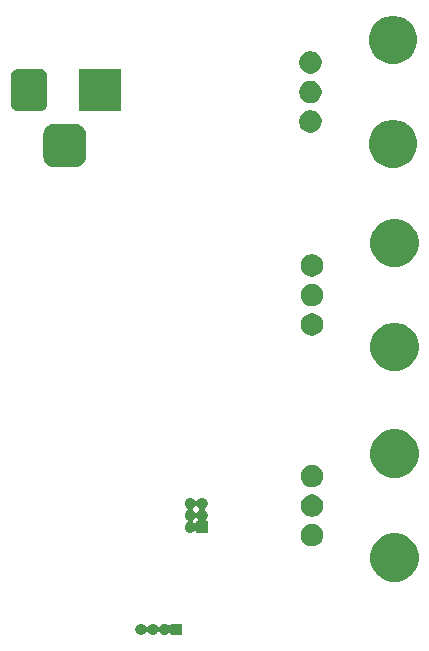
<source format=gbr>
G04 #@! TF.GenerationSoftware,KiCad,Pcbnew,5.0.2-bee76a0~70~ubuntu18.04.1*
G04 #@! TF.CreationDate,2018-12-03T19:26:52-05:00*
G04 #@! TF.ProjectId,LEDStuff,4c454453-7475-4666-962e-6b696361645f,rev?*
G04 #@! TF.SameCoordinates,Original*
G04 #@! TF.FileFunction,Soldermask,Bot*
G04 #@! TF.FilePolarity,Negative*
%FSLAX46Y46*%
G04 Gerber Fmt 4.6, Leading zero omitted, Abs format (unit mm)*
G04 Created by KiCad (PCBNEW 5.0.2-bee76a0~70~ubuntu18.04.1) date Mon 03 Dec 2018 07:26:52 PM EST*
%MOMM*%
%LPD*%
G01*
G04 APERTURE LIST*
%ADD10C,0.100000*%
G04 APERTURE END LIST*
D10*
G36*
X145200712Y-120904787D02*
X145290439Y-120932006D01*
X145373131Y-120976206D01*
X145445611Y-121035689D01*
X145505094Y-121108169D01*
X145505096Y-121108173D01*
X145510773Y-121115091D01*
X145528100Y-121132418D01*
X145548475Y-121146032D01*
X145571114Y-121155409D01*
X145595147Y-121160190D01*
X145619651Y-121160190D01*
X145643685Y-121155410D01*
X145666324Y-121146033D01*
X145686699Y-121132419D01*
X145704027Y-121115091D01*
X145709704Y-121108173D01*
X145709706Y-121108169D01*
X145769189Y-121035689D01*
X145841669Y-120976206D01*
X145924361Y-120932006D01*
X146014088Y-120904787D01*
X146084016Y-120897900D01*
X146130784Y-120897900D01*
X146200712Y-120904787D01*
X146290439Y-120932006D01*
X146373131Y-120976206D01*
X146445611Y-121035689D01*
X146505094Y-121108169D01*
X146505096Y-121108173D01*
X146510773Y-121115091D01*
X146528100Y-121132418D01*
X146548475Y-121146032D01*
X146571114Y-121155409D01*
X146595147Y-121160190D01*
X146619651Y-121160190D01*
X146643685Y-121155410D01*
X146666324Y-121146033D01*
X146686699Y-121132419D01*
X146704027Y-121115091D01*
X146709704Y-121108173D01*
X146709706Y-121108169D01*
X146769189Y-121035689D01*
X146841669Y-120976206D01*
X146924361Y-120932006D01*
X147014088Y-120904787D01*
X147084016Y-120897900D01*
X147130784Y-120897900D01*
X147200712Y-120904787D01*
X147290439Y-120932006D01*
X147373131Y-120976206D01*
X147427106Y-121020503D01*
X147447476Y-121034112D01*
X147470115Y-121043490D01*
X147494148Y-121048270D01*
X147518653Y-121048270D01*
X147542686Y-121043489D01*
X147565325Y-121034112D01*
X147585700Y-121020498D01*
X147603027Y-121003171D01*
X147616640Y-120982796D01*
X147626018Y-120960157D01*
X147631400Y-120923872D01*
X147631400Y-120897900D01*
X148583400Y-120897900D01*
X148583400Y-121849900D01*
X147631400Y-121849900D01*
X147631400Y-121823928D01*
X147628998Y-121799542D01*
X147621885Y-121776093D01*
X147610334Y-121754482D01*
X147594788Y-121735540D01*
X147575846Y-121719994D01*
X147554235Y-121708443D01*
X147530786Y-121701330D01*
X147506400Y-121698928D01*
X147482014Y-121701330D01*
X147458565Y-121708443D01*
X147427105Y-121727299D01*
X147373131Y-121771594D01*
X147290439Y-121815794D01*
X147200712Y-121843013D01*
X147130784Y-121849900D01*
X147084016Y-121849900D01*
X147014088Y-121843013D01*
X146924361Y-121815794D01*
X146841669Y-121771594D01*
X146769189Y-121712111D01*
X146709706Y-121639631D01*
X146709703Y-121639625D01*
X146704027Y-121632709D01*
X146686700Y-121615382D01*
X146666325Y-121601768D01*
X146643686Y-121592391D01*
X146619653Y-121587610D01*
X146595149Y-121587610D01*
X146571115Y-121592390D01*
X146548476Y-121601767D01*
X146528101Y-121615381D01*
X146510773Y-121632709D01*
X146505097Y-121639625D01*
X146505094Y-121639631D01*
X146445611Y-121712111D01*
X146373131Y-121771594D01*
X146290439Y-121815794D01*
X146200712Y-121843013D01*
X146130784Y-121849900D01*
X146084016Y-121849900D01*
X146014088Y-121843013D01*
X145924361Y-121815794D01*
X145841669Y-121771594D01*
X145769189Y-121712111D01*
X145709706Y-121639631D01*
X145709703Y-121639625D01*
X145704027Y-121632709D01*
X145686700Y-121615382D01*
X145666325Y-121601768D01*
X145643686Y-121592391D01*
X145619653Y-121587610D01*
X145595149Y-121587610D01*
X145571115Y-121592390D01*
X145548476Y-121601767D01*
X145528101Y-121615381D01*
X145510773Y-121632709D01*
X145505097Y-121639625D01*
X145505094Y-121639631D01*
X145445611Y-121712111D01*
X145373131Y-121771594D01*
X145290439Y-121815794D01*
X145200712Y-121843013D01*
X145130784Y-121849900D01*
X145084016Y-121849900D01*
X145014088Y-121843013D01*
X144924361Y-121815794D01*
X144841669Y-121771594D01*
X144769189Y-121712111D01*
X144709706Y-121639631D01*
X144665506Y-121556939D01*
X144638287Y-121467212D01*
X144629097Y-121373900D01*
X144638287Y-121280588D01*
X144665506Y-121190861D01*
X144709706Y-121108169D01*
X144769189Y-121035689D01*
X144841669Y-120976206D01*
X144924361Y-120932006D01*
X145014088Y-120904787D01*
X145084016Y-120897900D01*
X145130784Y-120897900D01*
X145200712Y-120904787D01*
X145200712Y-120904787D01*
G37*
G36*
X167173752Y-113338818D02*
X167173754Y-113338819D01*
X167173755Y-113338819D01*
X167547013Y-113493427D01*
X167838804Y-113688396D01*
X167882939Y-113717886D01*
X168168614Y-114003561D01*
X168168616Y-114003564D01*
X168393073Y-114339487D01*
X168547681Y-114712745D01*
X168626500Y-115108994D01*
X168626500Y-115513006D01*
X168547681Y-115909255D01*
X168393073Y-116282513D01*
X168393072Y-116282514D01*
X168168614Y-116618439D01*
X167882939Y-116904114D01*
X167882936Y-116904116D01*
X167547013Y-117128573D01*
X167173755Y-117283181D01*
X167173754Y-117283181D01*
X167173752Y-117283182D01*
X166777507Y-117362000D01*
X166373493Y-117362000D01*
X165977248Y-117283182D01*
X165977246Y-117283181D01*
X165977245Y-117283181D01*
X165603987Y-117128573D01*
X165268064Y-116904116D01*
X165268061Y-116904114D01*
X164982386Y-116618439D01*
X164757928Y-116282514D01*
X164757927Y-116282513D01*
X164603319Y-115909255D01*
X164524500Y-115513006D01*
X164524500Y-115108994D01*
X164603319Y-114712745D01*
X164757927Y-114339487D01*
X164982384Y-114003564D01*
X164982386Y-114003561D01*
X165268061Y-113717886D01*
X165312196Y-113688396D01*
X165603987Y-113493427D01*
X165977245Y-113338819D01*
X165977246Y-113338819D01*
X165977248Y-113338818D01*
X166373493Y-113260000D01*
X166777507Y-113260000D01*
X167173752Y-113338818D01*
X167173752Y-113338818D01*
G37*
G36*
X159852896Y-112496546D02*
X160025966Y-112568234D01*
X160181730Y-112672312D01*
X160314188Y-112804770D01*
X160418266Y-112960534D01*
X160489954Y-113133604D01*
X160526500Y-113317333D01*
X160526500Y-113504667D01*
X160489954Y-113688396D01*
X160418266Y-113861466D01*
X160314188Y-114017230D01*
X160181730Y-114149688D01*
X160025966Y-114253766D01*
X159852896Y-114325454D01*
X159669167Y-114362000D01*
X159481833Y-114362000D01*
X159298104Y-114325454D01*
X159125034Y-114253766D01*
X158969270Y-114149688D01*
X158836812Y-114017230D01*
X158732734Y-113861466D01*
X158661046Y-113688396D01*
X158624500Y-113504667D01*
X158624500Y-113317333D01*
X158661046Y-113133604D01*
X158732734Y-112960534D01*
X158836812Y-112804770D01*
X158969270Y-112672312D01*
X159125034Y-112568234D01*
X159298104Y-112496546D01*
X159481833Y-112460000D01*
X159669167Y-112460000D01*
X159852896Y-112496546D01*
X159852896Y-112496546D01*
G37*
G36*
X149372412Y-110243387D02*
X149462139Y-110270606D01*
X149544831Y-110314806D01*
X149617311Y-110374289D01*
X149676794Y-110446769D01*
X149676796Y-110446773D01*
X149682473Y-110453691D01*
X149699800Y-110471018D01*
X149720175Y-110484632D01*
X149742814Y-110494009D01*
X149766847Y-110498790D01*
X149791351Y-110498790D01*
X149815385Y-110494010D01*
X149838024Y-110484633D01*
X149858399Y-110471019D01*
X149875727Y-110453691D01*
X149881404Y-110446773D01*
X149881406Y-110446769D01*
X149940889Y-110374289D01*
X150013369Y-110314806D01*
X150096061Y-110270606D01*
X150185788Y-110243387D01*
X150255716Y-110236500D01*
X150302484Y-110236500D01*
X150372412Y-110243387D01*
X150462139Y-110270606D01*
X150544831Y-110314806D01*
X150617311Y-110374289D01*
X150676794Y-110446769D01*
X150720994Y-110529461D01*
X150748213Y-110619188D01*
X150757403Y-110712500D01*
X150748213Y-110805812D01*
X150720994Y-110895539D01*
X150676794Y-110978231D01*
X150617311Y-111050711D01*
X150544831Y-111110194D01*
X150544825Y-111110197D01*
X150537909Y-111115873D01*
X150520582Y-111133200D01*
X150506968Y-111153575D01*
X150497591Y-111176214D01*
X150492810Y-111200247D01*
X150492810Y-111224751D01*
X150497590Y-111248785D01*
X150506967Y-111271424D01*
X150520581Y-111291799D01*
X150537909Y-111309127D01*
X150544825Y-111314803D01*
X150544831Y-111314806D01*
X150617311Y-111374289D01*
X150676794Y-111446769D01*
X150720994Y-111529461D01*
X150748213Y-111619188D01*
X150757403Y-111712500D01*
X150748213Y-111805812D01*
X150720994Y-111895539D01*
X150676794Y-111978231D01*
X150632497Y-112032206D01*
X150618888Y-112052576D01*
X150609510Y-112075215D01*
X150604730Y-112099248D01*
X150604730Y-112123753D01*
X150609511Y-112147786D01*
X150618888Y-112170425D01*
X150632502Y-112190800D01*
X150649829Y-112208127D01*
X150670204Y-112221740D01*
X150692843Y-112231118D01*
X150729128Y-112236500D01*
X150755100Y-112236500D01*
X150755100Y-113188500D01*
X149803100Y-113188500D01*
X149803100Y-113162528D01*
X149800698Y-113138142D01*
X149793585Y-113114693D01*
X149782034Y-113093082D01*
X149766488Y-113074140D01*
X149747546Y-113058594D01*
X149725935Y-113047043D01*
X149702486Y-113039930D01*
X149678100Y-113037528D01*
X149653714Y-113039930D01*
X149630265Y-113047043D01*
X149598805Y-113065899D01*
X149544831Y-113110194D01*
X149462139Y-113154394D01*
X149372412Y-113181613D01*
X149302484Y-113188500D01*
X149255716Y-113188500D01*
X149185788Y-113181613D01*
X149096061Y-113154394D01*
X149013369Y-113110194D01*
X148940889Y-113050711D01*
X148881406Y-112978231D01*
X148837206Y-112895539D01*
X148809987Y-112805812D01*
X148800797Y-112712500D01*
X148809987Y-112619188D01*
X148837206Y-112529461D01*
X148881406Y-112446769D01*
X148940889Y-112374289D01*
X149013369Y-112314806D01*
X149013375Y-112314803D01*
X149020291Y-112309127D01*
X149037618Y-112291800D01*
X149051232Y-112271425D01*
X149060609Y-112248786D01*
X149065390Y-112224753D01*
X149065390Y-112200249D01*
X149065390Y-112200247D01*
X149492810Y-112200247D01*
X149492810Y-112224751D01*
X149497590Y-112248785D01*
X149506967Y-112271424D01*
X149520581Y-112291798D01*
X149537910Y-112309127D01*
X149544828Y-112314804D01*
X149544831Y-112314806D01*
X149598487Y-112358841D01*
X149598802Y-112359099D01*
X149619176Y-112372713D01*
X149641815Y-112382090D01*
X149665849Y-112386870D01*
X149690353Y-112386870D01*
X149714386Y-112382089D01*
X149737025Y-112372712D01*
X149757400Y-112359098D01*
X149774727Y-112341770D01*
X149788341Y-112321396D01*
X149797718Y-112298757D01*
X149803100Y-112262472D01*
X149803100Y-112236500D01*
X149829072Y-112236500D01*
X149853458Y-112234098D01*
X149876907Y-112226985D01*
X149898518Y-112215434D01*
X149917460Y-112199888D01*
X149933006Y-112180946D01*
X149944557Y-112159335D01*
X149951670Y-112135886D01*
X149954072Y-112111500D01*
X149951670Y-112087114D01*
X149944557Y-112063665D01*
X149925699Y-112032202D01*
X149925441Y-112031887D01*
X149881406Y-111978231D01*
X149881404Y-111978227D01*
X149875727Y-111971310D01*
X149858400Y-111953982D01*
X149838025Y-111940368D01*
X149815386Y-111930991D01*
X149791353Y-111926210D01*
X149766849Y-111926210D01*
X149742815Y-111930990D01*
X149720176Y-111940367D01*
X149699802Y-111953981D01*
X149682473Y-111971310D01*
X149676796Y-111978227D01*
X149676794Y-111978231D01*
X149632759Y-112031887D01*
X149632501Y-112032202D01*
X149618887Y-112052576D01*
X149618178Y-112054288D01*
X149598802Y-112065901D01*
X149544831Y-112110194D01*
X149544828Y-112110196D01*
X149537910Y-112115873D01*
X149520582Y-112133200D01*
X149506968Y-112153575D01*
X149497591Y-112176214D01*
X149492810Y-112200247D01*
X149065390Y-112200247D01*
X149060610Y-112176215D01*
X149051233Y-112153576D01*
X149037619Y-112133201D01*
X149020291Y-112115873D01*
X149013375Y-112110197D01*
X149013369Y-112110194D01*
X148940889Y-112050711D01*
X148881406Y-111978231D01*
X148837206Y-111895539D01*
X148809987Y-111805812D01*
X148800797Y-111712500D01*
X148809987Y-111619188D01*
X148837206Y-111529461D01*
X148881406Y-111446769D01*
X148940889Y-111374289D01*
X149013369Y-111314806D01*
X149013375Y-111314803D01*
X149020291Y-111309127D01*
X149037618Y-111291800D01*
X149051232Y-111271425D01*
X149060609Y-111248786D01*
X149065390Y-111224753D01*
X149065390Y-111200249D01*
X149065390Y-111200247D01*
X149492810Y-111200247D01*
X149492810Y-111224751D01*
X149497590Y-111248785D01*
X149506967Y-111271424D01*
X149520581Y-111291799D01*
X149537909Y-111309127D01*
X149544825Y-111314803D01*
X149544831Y-111314806D01*
X149617311Y-111374289D01*
X149676794Y-111446769D01*
X149676796Y-111446773D01*
X149682473Y-111453691D01*
X149699800Y-111471018D01*
X149720175Y-111484632D01*
X149742814Y-111494009D01*
X149766847Y-111498790D01*
X149791351Y-111498790D01*
X149815385Y-111494010D01*
X149838024Y-111484633D01*
X149858399Y-111471019D01*
X149875727Y-111453691D01*
X149881404Y-111446773D01*
X149881406Y-111446769D01*
X149940889Y-111374289D01*
X150013369Y-111314806D01*
X150013375Y-111314803D01*
X150020291Y-111309127D01*
X150037618Y-111291800D01*
X150051232Y-111271425D01*
X150060609Y-111248786D01*
X150065390Y-111224753D01*
X150065390Y-111200249D01*
X150060610Y-111176215D01*
X150051233Y-111153576D01*
X150037619Y-111133201D01*
X150020291Y-111115873D01*
X150013375Y-111110197D01*
X150013369Y-111110194D01*
X149940889Y-111050711D01*
X149881406Y-110978231D01*
X149881403Y-110978225D01*
X149875727Y-110971309D01*
X149858400Y-110953982D01*
X149838025Y-110940368D01*
X149815386Y-110930991D01*
X149791353Y-110926210D01*
X149766849Y-110926210D01*
X149742815Y-110930990D01*
X149720176Y-110940367D01*
X149699801Y-110953981D01*
X149682473Y-110971309D01*
X149676797Y-110978225D01*
X149676794Y-110978231D01*
X149617311Y-111050711D01*
X149544831Y-111110194D01*
X149544825Y-111110197D01*
X149537909Y-111115873D01*
X149520582Y-111133200D01*
X149506968Y-111153575D01*
X149497591Y-111176214D01*
X149492810Y-111200247D01*
X149065390Y-111200247D01*
X149060610Y-111176215D01*
X149051233Y-111153576D01*
X149037619Y-111133201D01*
X149020291Y-111115873D01*
X149013375Y-111110197D01*
X149013369Y-111110194D01*
X148940889Y-111050711D01*
X148881406Y-110978231D01*
X148837206Y-110895539D01*
X148809987Y-110805812D01*
X148800797Y-110712500D01*
X148809987Y-110619188D01*
X148837206Y-110529461D01*
X148881406Y-110446769D01*
X148940889Y-110374289D01*
X149013369Y-110314806D01*
X149096061Y-110270606D01*
X149185788Y-110243387D01*
X149255716Y-110236500D01*
X149302484Y-110236500D01*
X149372412Y-110243387D01*
X149372412Y-110243387D01*
G37*
G36*
X159852896Y-109996546D02*
X160025966Y-110068234D01*
X160181730Y-110172312D01*
X160314188Y-110304770D01*
X160418266Y-110460534D01*
X160489954Y-110633604D01*
X160526500Y-110817333D01*
X160526500Y-111004667D01*
X160489954Y-111188396D01*
X160418266Y-111361466D01*
X160314188Y-111517230D01*
X160181730Y-111649688D01*
X160025966Y-111753766D01*
X159852896Y-111825454D01*
X159669167Y-111862000D01*
X159481833Y-111862000D01*
X159298104Y-111825454D01*
X159125034Y-111753766D01*
X158969270Y-111649688D01*
X158836812Y-111517230D01*
X158732734Y-111361466D01*
X158661046Y-111188396D01*
X158624500Y-111004667D01*
X158624500Y-110817333D01*
X158661046Y-110633604D01*
X158732734Y-110460534D01*
X158836812Y-110304770D01*
X158969270Y-110172312D01*
X159125034Y-110068234D01*
X159298104Y-109996546D01*
X159481833Y-109960000D01*
X159669167Y-109960000D01*
X159852896Y-109996546D01*
X159852896Y-109996546D01*
G37*
G36*
X159852896Y-107496546D02*
X160025966Y-107568234D01*
X160181730Y-107672312D01*
X160314188Y-107804770D01*
X160418266Y-107960534D01*
X160489954Y-108133604D01*
X160526500Y-108317333D01*
X160526500Y-108504667D01*
X160489954Y-108688396D01*
X160418266Y-108861466D01*
X160314188Y-109017230D01*
X160181730Y-109149688D01*
X160025966Y-109253766D01*
X159852896Y-109325454D01*
X159669167Y-109362000D01*
X159481833Y-109362000D01*
X159298104Y-109325454D01*
X159125034Y-109253766D01*
X158969270Y-109149688D01*
X158836812Y-109017230D01*
X158732734Y-108861466D01*
X158661046Y-108688396D01*
X158624500Y-108504667D01*
X158624500Y-108317333D01*
X158661046Y-108133604D01*
X158732734Y-107960534D01*
X158836812Y-107804770D01*
X158969270Y-107672312D01*
X159125034Y-107568234D01*
X159298104Y-107496546D01*
X159481833Y-107460000D01*
X159669167Y-107460000D01*
X159852896Y-107496546D01*
X159852896Y-107496546D01*
G37*
G36*
X167173752Y-104538818D02*
X167173754Y-104538819D01*
X167173755Y-104538819D01*
X167547013Y-104693427D01*
X167547014Y-104693428D01*
X167882939Y-104917886D01*
X168168614Y-105203561D01*
X168168616Y-105203564D01*
X168393073Y-105539487D01*
X168547681Y-105912745D01*
X168626500Y-106308994D01*
X168626500Y-106713006D01*
X168547681Y-107109255D01*
X168393073Y-107482513D01*
X168335796Y-107568234D01*
X168168614Y-107818439D01*
X167882939Y-108104114D01*
X167882936Y-108104116D01*
X167547013Y-108328573D01*
X167173755Y-108483181D01*
X167173754Y-108483181D01*
X167173752Y-108483182D01*
X166777507Y-108562000D01*
X166373493Y-108562000D01*
X165977248Y-108483182D01*
X165977246Y-108483181D01*
X165977245Y-108483181D01*
X165603987Y-108328573D01*
X165268064Y-108104116D01*
X165268061Y-108104114D01*
X164982386Y-107818439D01*
X164815204Y-107568234D01*
X164757927Y-107482513D01*
X164603319Y-107109255D01*
X164524500Y-106713006D01*
X164524500Y-106308994D01*
X164603319Y-105912745D01*
X164757927Y-105539487D01*
X164982384Y-105203564D01*
X164982386Y-105203561D01*
X165268061Y-104917886D01*
X165603986Y-104693428D01*
X165603987Y-104693427D01*
X165977245Y-104538819D01*
X165977246Y-104538819D01*
X165977248Y-104538818D01*
X166373493Y-104460000D01*
X166777507Y-104460000D01*
X167173752Y-104538818D01*
X167173752Y-104538818D01*
G37*
G36*
X167173752Y-95495318D02*
X167173754Y-95495319D01*
X167173755Y-95495319D01*
X167547013Y-95649927D01*
X167838804Y-95844896D01*
X167882939Y-95874386D01*
X168168614Y-96160061D01*
X168168616Y-96160064D01*
X168393073Y-96495987D01*
X168547681Y-96869245D01*
X168626500Y-97265494D01*
X168626500Y-97669506D01*
X168547681Y-98065755D01*
X168393073Y-98439013D01*
X168393072Y-98439014D01*
X168168614Y-98774939D01*
X167882939Y-99060614D01*
X167882936Y-99060616D01*
X167547013Y-99285073D01*
X167173755Y-99439681D01*
X167173754Y-99439681D01*
X167173752Y-99439682D01*
X166777507Y-99518500D01*
X166373493Y-99518500D01*
X165977248Y-99439682D01*
X165977246Y-99439681D01*
X165977245Y-99439681D01*
X165603987Y-99285073D01*
X165268064Y-99060616D01*
X165268061Y-99060614D01*
X164982386Y-98774939D01*
X164757928Y-98439014D01*
X164757927Y-98439013D01*
X164603319Y-98065755D01*
X164524500Y-97669506D01*
X164524500Y-97265494D01*
X164603319Y-96869245D01*
X164757927Y-96495987D01*
X164982384Y-96160064D01*
X164982386Y-96160061D01*
X165268061Y-95874386D01*
X165312196Y-95844896D01*
X165603987Y-95649927D01*
X165977245Y-95495319D01*
X165977246Y-95495319D01*
X165977248Y-95495318D01*
X166373493Y-95416500D01*
X166777507Y-95416500D01*
X167173752Y-95495318D01*
X167173752Y-95495318D01*
G37*
G36*
X159852896Y-94653046D02*
X160025966Y-94724734D01*
X160181730Y-94828812D01*
X160314188Y-94961270D01*
X160418266Y-95117034D01*
X160489954Y-95290104D01*
X160526500Y-95473833D01*
X160526500Y-95661167D01*
X160489954Y-95844896D01*
X160418266Y-96017966D01*
X160314188Y-96173730D01*
X160181730Y-96306188D01*
X160025966Y-96410266D01*
X159852896Y-96481954D01*
X159669167Y-96518500D01*
X159481833Y-96518500D01*
X159298104Y-96481954D01*
X159125034Y-96410266D01*
X158969270Y-96306188D01*
X158836812Y-96173730D01*
X158732734Y-96017966D01*
X158661046Y-95844896D01*
X158624500Y-95661167D01*
X158624500Y-95473833D01*
X158661046Y-95290104D01*
X158732734Y-95117034D01*
X158836812Y-94961270D01*
X158969270Y-94828812D01*
X159125034Y-94724734D01*
X159298104Y-94653046D01*
X159481833Y-94616500D01*
X159669167Y-94616500D01*
X159852896Y-94653046D01*
X159852896Y-94653046D01*
G37*
G36*
X159852896Y-92153046D02*
X160025966Y-92224734D01*
X160181730Y-92328812D01*
X160314188Y-92461270D01*
X160418266Y-92617034D01*
X160489954Y-92790104D01*
X160526500Y-92973833D01*
X160526500Y-93161167D01*
X160489954Y-93344896D01*
X160418266Y-93517966D01*
X160314188Y-93673730D01*
X160181730Y-93806188D01*
X160025966Y-93910266D01*
X159852896Y-93981954D01*
X159669167Y-94018500D01*
X159481833Y-94018500D01*
X159298104Y-93981954D01*
X159125034Y-93910266D01*
X158969270Y-93806188D01*
X158836812Y-93673730D01*
X158732734Y-93517966D01*
X158661046Y-93344896D01*
X158624500Y-93161167D01*
X158624500Y-92973833D01*
X158661046Y-92790104D01*
X158732734Y-92617034D01*
X158836812Y-92461270D01*
X158969270Y-92328812D01*
X159125034Y-92224734D01*
X159298104Y-92153046D01*
X159481833Y-92116500D01*
X159669167Y-92116500D01*
X159852896Y-92153046D01*
X159852896Y-92153046D01*
G37*
G36*
X159852896Y-89653046D02*
X160025966Y-89724734D01*
X160181730Y-89828812D01*
X160314188Y-89961270D01*
X160418266Y-90117034D01*
X160489954Y-90290104D01*
X160526500Y-90473833D01*
X160526500Y-90661167D01*
X160489954Y-90844896D01*
X160418266Y-91017966D01*
X160314188Y-91173730D01*
X160181730Y-91306188D01*
X160025966Y-91410266D01*
X159852896Y-91481954D01*
X159669167Y-91518500D01*
X159481833Y-91518500D01*
X159298104Y-91481954D01*
X159125034Y-91410266D01*
X158969270Y-91306188D01*
X158836812Y-91173730D01*
X158732734Y-91017966D01*
X158661046Y-90844896D01*
X158624500Y-90661167D01*
X158624500Y-90473833D01*
X158661046Y-90290104D01*
X158732734Y-90117034D01*
X158836812Y-89961270D01*
X158969270Y-89828812D01*
X159125034Y-89724734D01*
X159298104Y-89653046D01*
X159481833Y-89616500D01*
X159669167Y-89616500D01*
X159852896Y-89653046D01*
X159852896Y-89653046D01*
G37*
G36*
X167173752Y-86695318D02*
X167173754Y-86695319D01*
X167173755Y-86695319D01*
X167547013Y-86849927D01*
X167547014Y-86849928D01*
X167882939Y-87074386D01*
X168168614Y-87360061D01*
X168168616Y-87360064D01*
X168393073Y-87695987D01*
X168547681Y-88069245D01*
X168626500Y-88465494D01*
X168626500Y-88869506D01*
X168547681Y-89265755D01*
X168393073Y-89639013D01*
X168335796Y-89724734D01*
X168168614Y-89974939D01*
X167882939Y-90260614D01*
X167882936Y-90260616D01*
X167547013Y-90485073D01*
X167173755Y-90639681D01*
X167173754Y-90639681D01*
X167173752Y-90639682D01*
X166777507Y-90718500D01*
X166373493Y-90718500D01*
X165977248Y-90639682D01*
X165977246Y-90639681D01*
X165977245Y-90639681D01*
X165603987Y-90485073D01*
X165268064Y-90260616D01*
X165268061Y-90260614D01*
X164982386Y-89974939D01*
X164815204Y-89724734D01*
X164757927Y-89639013D01*
X164603319Y-89265755D01*
X164524500Y-88869506D01*
X164524500Y-88465494D01*
X164603319Y-88069245D01*
X164757927Y-87695987D01*
X164982384Y-87360064D01*
X164982386Y-87360061D01*
X165268061Y-87074386D01*
X165603986Y-86849928D01*
X165603987Y-86849927D01*
X165977245Y-86695319D01*
X165977246Y-86695319D01*
X165977248Y-86695318D01*
X166373493Y-86616500D01*
X166777507Y-86616500D01*
X167173752Y-86695318D01*
X167173752Y-86695318D01*
G37*
G36*
X167046752Y-78299518D02*
X167046754Y-78299519D01*
X167046755Y-78299519D01*
X167420013Y-78454127D01*
X167662871Y-78616400D01*
X167755939Y-78678586D01*
X168041614Y-78964261D01*
X168041616Y-78964264D01*
X168266073Y-79300187D01*
X168420681Y-79673445D01*
X168499500Y-80069694D01*
X168499500Y-80473706D01*
X168420681Y-80869955D01*
X168266073Y-81243213D01*
X168044643Y-81574605D01*
X168041614Y-81579139D01*
X167755939Y-81864814D01*
X167755936Y-81864816D01*
X167420013Y-82089273D01*
X167046755Y-82243881D01*
X167046754Y-82243881D01*
X167046752Y-82243882D01*
X166650507Y-82322700D01*
X166246493Y-82322700D01*
X165850248Y-82243882D01*
X165850246Y-82243881D01*
X165850245Y-82243881D01*
X165476987Y-82089273D01*
X165141064Y-81864816D01*
X165141061Y-81864814D01*
X164855386Y-81579139D01*
X164852357Y-81574605D01*
X164630927Y-81243213D01*
X164476319Y-80869955D01*
X164397500Y-80473706D01*
X164397500Y-80069694D01*
X164476319Y-79673445D01*
X164630927Y-79300187D01*
X164855384Y-78964264D01*
X164855386Y-78964261D01*
X165141061Y-78678586D01*
X165234129Y-78616400D01*
X165476987Y-78454127D01*
X165850245Y-78299519D01*
X165850246Y-78299519D01*
X165850248Y-78299518D01*
X166246493Y-78220700D01*
X166650507Y-78220700D01*
X167046752Y-78299518D01*
X167046752Y-78299518D01*
G37*
G36*
X139769466Y-78633095D02*
X139926558Y-78680748D01*
X140071330Y-78758131D01*
X140198228Y-78862272D01*
X140302369Y-78989170D01*
X140379752Y-79133942D01*
X140427405Y-79291034D01*
X140444100Y-79460540D01*
X140444100Y-81374260D01*
X140427405Y-81543766D01*
X140379752Y-81700858D01*
X140302369Y-81845630D01*
X140198228Y-81972528D01*
X140071330Y-82076669D01*
X139926558Y-82154052D01*
X139769466Y-82201705D01*
X139599960Y-82218400D01*
X137686240Y-82218400D01*
X137516734Y-82201705D01*
X137359642Y-82154052D01*
X137214870Y-82076669D01*
X137087972Y-81972528D01*
X136983831Y-81845630D01*
X136906448Y-81700858D01*
X136858795Y-81543766D01*
X136842100Y-81374260D01*
X136842100Y-79460540D01*
X136858795Y-79291034D01*
X136906448Y-79133942D01*
X136983831Y-78989170D01*
X137087972Y-78862272D01*
X137214870Y-78758131D01*
X137359642Y-78680748D01*
X137516734Y-78633095D01*
X137686240Y-78616400D01*
X139599960Y-78616400D01*
X139769466Y-78633095D01*
X139769466Y-78633095D01*
G37*
G36*
X159725896Y-77457246D02*
X159898966Y-77528934D01*
X160054730Y-77633012D01*
X160187188Y-77765470D01*
X160291266Y-77921234D01*
X160362954Y-78094304D01*
X160399500Y-78278033D01*
X160399500Y-78465367D01*
X160362954Y-78649096D01*
X160291266Y-78822166D01*
X160187188Y-78977930D01*
X160054730Y-79110388D01*
X159898966Y-79214466D01*
X159725896Y-79286154D01*
X159542167Y-79322700D01*
X159354833Y-79322700D01*
X159171104Y-79286154D01*
X158998034Y-79214466D01*
X158842270Y-79110388D01*
X158709812Y-78977930D01*
X158605734Y-78822166D01*
X158534046Y-78649096D01*
X158497500Y-78465367D01*
X158497500Y-78278033D01*
X158534046Y-78094304D01*
X158605734Y-77921234D01*
X158709812Y-77765470D01*
X158842270Y-77633012D01*
X158998034Y-77528934D01*
X159171104Y-77457246D01*
X159354833Y-77420700D01*
X159542167Y-77420700D01*
X159725896Y-77457246D01*
X159725896Y-77457246D01*
G37*
G36*
X143444100Y-77518400D02*
X139842100Y-77518400D01*
X139842100Y-73916400D01*
X143444100Y-73916400D01*
X143444100Y-77518400D01*
X143444100Y-77518400D01*
G37*
G36*
X136620078Y-73930693D02*
X136753727Y-73971235D01*
X136876882Y-74037062D01*
X136984839Y-74125661D01*
X137073438Y-74233618D01*
X137139265Y-74356773D01*
X137179807Y-74490422D01*
X137194100Y-74635540D01*
X137194100Y-76799260D01*
X137179807Y-76944378D01*
X137139265Y-77078027D01*
X137073438Y-77201182D01*
X136984839Y-77309139D01*
X136876882Y-77397738D01*
X136753727Y-77463565D01*
X136620078Y-77504107D01*
X136474960Y-77518400D01*
X134811240Y-77518400D01*
X134666122Y-77504107D01*
X134532473Y-77463565D01*
X134409318Y-77397738D01*
X134301361Y-77309139D01*
X134212762Y-77201182D01*
X134146935Y-77078027D01*
X134106393Y-76944378D01*
X134092100Y-76799260D01*
X134092100Y-74635540D01*
X134106393Y-74490422D01*
X134146935Y-74356773D01*
X134212762Y-74233618D01*
X134301361Y-74125661D01*
X134409318Y-74037062D01*
X134532473Y-73971235D01*
X134666122Y-73930693D01*
X134811240Y-73916400D01*
X136474960Y-73916400D01*
X136620078Y-73930693D01*
X136620078Y-73930693D01*
G37*
G36*
X159725896Y-74957246D02*
X159898966Y-75028934D01*
X160054730Y-75133012D01*
X160187188Y-75265470D01*
X160291266Y-75421234D01*
X160362954Y-75594304D01*
X160399500Y-75778033D01*
X160399500Y-75965367D01*
X160362954Y-76149096D01*
X160291266Y-76322166D01*
X160187188Y-76477930D01*
X160054730Y-76610388D01*
X159898966Y-76714466D01*
X159725896Y-76786154D01*
X159542167Y-76822700D01*
X159354833Y-76822700D01*
X159171104Y-76786154D01*
X158998034Y-76714466D01*
X158842270Y-76610388D01*
X158709812Y-76477930D01*
X158605734Y-76322166D01*
X158534046Y-76149096D01*
X158497500Y-75965367D01*
X158497500Y-75778033D01*
X158534046Y-75594304D01*
X158605734Y-75421234D01*
X158709812Y-75265470D01*
X158842270Y-75133012D01*
X158998034Y-75028934D01*
X159171104Y-74957246D01*
X159354833Y-74920700D01*
X159542167Y-74920700D01*
X159725896Y-74957246D01*
X159725896Y-74957246D01*
G37*
G36*
X159725896Y-72457246D02*
X159898966Y-72528934D01*
X160054730Y-72633012D01*
X160187188Y-72765470D01*
X160291266Y-72921234D01*
X160362954Y-73094304D01*
X160399500Y-73278033D01*
X160399500Y-73465367D01*
X160362954Y-73649096D01*
X160291266Y-73822166D01*
X160187188Y-73977930D01*
X160054730Y-74110388D01*
X159898966Y-74214466D01*
X159725896Y-74286154D01*
X159542167Y-74322700D01*
X159354833Y-74322700D01*
X159171104Y-74286154D01*
X158998034Y-74214466D01*
X158842270Y-74110388D01*
X158709812Y-73977930D01*
X158605734Y-73822166D01*
X158534046Y-73649096D01*
X158497500Y-73465367D01*
X158497500Y-73278033D01*
X158534046Y-73094304D01*
X158605734Y-72921234D01*
X158709812Y-72765470D01*
X158842270Y-72633012D01*
X158998034Y-72528934D01*
X159171104Y-72457246D01*
X159354833Y-72420700D01*
X159542167Y-72420700D01*
X159725896Y-72457246D01*
X159725896Y-72457246D01*
G37*
G36*
X167046752Y-69499518D02*
X167046754Y-69499519D01*
X167046755Y-69499519D01*
X167420013Y-69654127D01*
X167420014Y-69654128D01*
X167755939Y-69878586D01*
X168041614Y-70164261D01*
X168041616Y-70164264D01*
X168266073Y-70500187D01*
X168420681Y-70873445D01*
X168499500Y-71269694D01*
X168499500Y-71673706D01*
X168420681Y-72069955D01*
X168266073Y-72443213D01*
X168208796Y-72528934D01*
X168041614Y-72779139D01*
X167755939Y-73064814D01*
X167755936Y-73064816D01*
X167420013Y-73289273D01*
X167046755Y-73443881D01*
X167046754Y-73443881D01*
X167046752Y-73443882D01*
X166650507Y-73522700D01*
X166246493Y-73522700D01*
X165850248Y-73443882D01*
X165850246Y-73443881D01*
X165850245Y-73443881D01*
X165476987Y-73289273D01*
X165141064Y-73064816D01*
X165141061Y-73064814D01*
X164855386Y-72779139D01*
X164688204Y-72528934D01*
X164630927Y-72443213D01*
X164476319Y-72069955D01*
X164397500Y-71673706D01*
X164397500Y-71269694D01*
X164476319Y-70873445D01*
X164630927Y-70500187D01*
X164855384Y-70164264D01*
X164855386Y-70164261D01*
X165141061Y-69878586D01*
X165476986Y-69654128D01*
X165476987Y-69654127D01*
X165850245Y-69499519D01*
X165850246Y-69499519D01*
X165850248Y-69499518D01*
X166246493Y-69420700D01*
X166650507Y-69420700D01*
X167046752Y-69499518D01*
X167046752Y-69499518D01*
G37*
M02*

</source>
